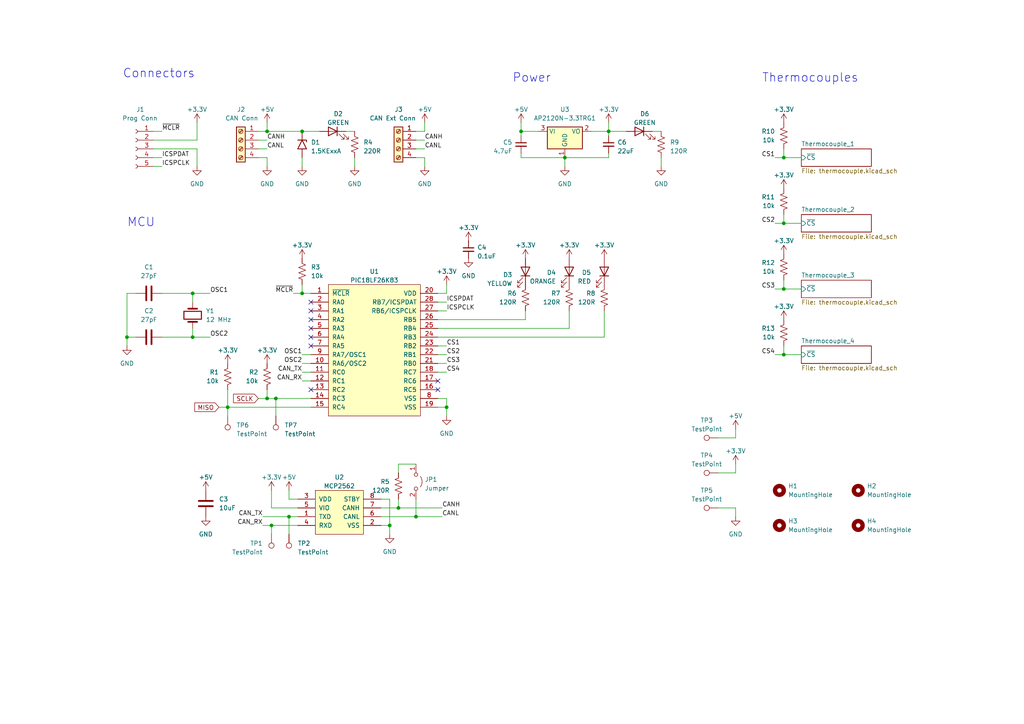
<source format=kicad_sch>
(kicad_sch (version 20230121) (generator eeschema)
  (paper "A4")
  (lib_symbols
    (symbol "+5V_2" (power) (pin_names (offset 0))
      (property "Value" "+5V_2" (at 0 3.556 0))
      (symbol "+5V_2_0_1"
        (polyline (pts (xy -0.762 1.27) (xy 0 2.54)))
        (polyline (pts (xy 0 0) (xy 0 2.54)))
        (polyline (pts (xy 0 2.54) (xy 0.762 1.27)))
      )
      (symbol "+5V_2_1_1"
        (pin power_in line (at 0 0 90) (length 0) hide (name "+5V") (number "1"))
      )
    )
    (symbol "+5V_3" (power) (pin_names (offset 0))
      (property "Value" "+5V_3" (at 0 3.556 0))
      (symbol "+5V_3_0_1"
        (polyline (pts (xy -0.762 1.27) (xy 0 2.54)))
        (polyline (pts (xy 0 0) (xy 0 2.54)))
        (polyline (pts (xy 0 2.54) (xy 0.762 1.27)))
      )
      (symbol "+5V_3_1_1"
        (pin power_in line (at 0 0 90) (length 0) hide (name "+5V") (number "1"))
      )
    )
    (symbol "+5V_4" (power) (pin_names (offset 0))
      (property "Value" "+5V_4" (at 0 3.556 0))
      (symbol "+5V_4_0_1"
        (polyline (pts (xy -0.762 1.27) (xy 0 2.54)))
        (polyline (pts (xy 0 0) (xy 0 2.54)))
        (polyline (pts (xy 0 2.54) (xy 0.762 1.27)))
      )
      (symbol "+5V_4_1_1"
        (pin power_in line (at 0 0 90) (length 0) hide (name "+5V") (number "1"))
      )
    )
    (symbol "+5V_5" (power) (pin_names (offset 0))
      (property "Value" "+5V_5" (at 0 3.556 0))
      (symbol "+5V_5_0_1"
        (polyline (pts (xy -0.762 1.27) (xy 0 2.54)))
        (polyline (pts (xy 0 0) (xy 0 2.54)))
        (polyline (pts (xy 0 2.54) (xy 0.762 1.27)))
      )
      (symbol "+5V_5_1_1"
        (pin power_in line (at 0 0 90) (length 0) hide (name "+5V") (number "1"))
      )
    )
    (symbol "Connector:Conn_01x05_Socket" (pin_names (offset 1.016) hide)
      (property "Reference" "J" (at 0 7.62 0))
      (property "Value" "Conn_01x05_Socket" (at 0 -7.62 0))
      (symbol "Conn_01x05_Socket_1_1"
        (arc (start 0 -4.572) (mid -0.5058 -5.08) (end 0 -5.588) (stroke (width 0.1524)))
        (arc (start 0 -2.032) (mid -0.5058 -2.54) (end 0 -3.048) (stroke (width 0.1524)))
        (polyline (pts (xy -1.27 -5.08) (xy -0.508 -5.08)) (stroke (width 0.1524)))
        (polyline (pts (xy -1.27 -2.54) (xy -0.508 -2.54)) (stroke (width 0.1524)))
        (polyline (pts (xy -1.27 0) (xy -0.508 0)) (stroke (width 0.1524)))
        (polyline (pts (xy -1.27 2.54) (xy -0.508 2.54)) (stroke (width 0.1524)))
        (polyline (pts (xy -1.27 5.08) (xy -0.508 5.08)) (stroke (width 0.1524)))
        (arc (start 0 0.508) (mid -0.5058 0) (end 0 -0.508) (stroke (width 0.1524)))
        (arc (start 0 3.048) (mid -0.5058 2.54) (end 0 2.032) (stroke (width 0.1524)))
        (arc (start 0 5.588) (mid -0.5058 5.08) (end 0 4.572) (stroke (width 0.1524)))
        (pin passive line (at -5.08 5.08 0) (length 3.81) (name "Pin_1") (number "1"))
        (pin passive line (at -5.08 2.54 0) (length 3.81) (name "Pin_2") (number "2"))
        (pin passive line (at -5.08 0 0) (length 3.81) (name "Pin_3") (number "3"))
        (pin passive line (at -5.08 -2.54 0) (length 3.81) (name "Pin_4") (number "4"))
        (pin passive line (at -5.08 -5.08 0) (length 3.81) (name "Pin_5") (number "5"))
      )
    )
    (symbol "Connector:Screw_Terminal_01x04" (pin_names (offset 1.016) hide)
      (property "Reference" "J" (at 0 5.08 0))
      (property "Value" "Screw_Terminal_01x04" (at 0 -7.62 0))
      (symbol "Screw_Terminal_01x04_1_1"
        (rectangle (start -1.27 3.81) (end 1.27 -6.35) (stroke (width 0.254)) (fill (type background)))
        (circle (center 0 -5.08) (radius 0.635) (stroke (width 0.1524)))
        (circle (center 0 -2.54) (radius 0.635) (stroke (width 0.1524)))
        (polyline (pts (xy -0.5334 -4.7498) (xy 0.3302 -5.588)) (stroke (width 0.1524)))
        (polyline (pts (xy -0.5334 -2.2098) (xy 0.3302 -3.048)) (stroke (width 0.1524)))
        (polyline (pts (xy -0.5334 0.3302) (xy 0.3302 -0.508)) (stroke (width 0.1524)))
        (polyline (pts (xy -0.5334 2.8702) (xy 0.3302 2.032)) (stroke (width 0.1524)))
        (polyline (pts (xy -0.3556 -4.572) (xy 0.508 -5.4102)) (stroke (width 0.1524)))
        (polyline (pts (xy -0.3556 -2.032) (xy 0.508 -2.8702)) (stroke (width 0.1524)))
        (polyline (pts (xy -0.3556 0.508) (xy 0.508 -0.3302)) (stroke (width 0.1524)))
        (polyline (pts (xy -0.3556 3.048) (xy 0.508 2.2098)) (stroke (width 0.1524)))
        (circle (center 0 0) (radius 0.635) (stroke (width 0.1524)))
        (circle (center 0 2.54) (radius 0.635) (stroke (width 0.1524)))
        (pin passive line (at -5.08 2.54 0) (length 3.81) (name "Pin_1") (number "1"))
        (pin passive line (at -5.08 0 0) (length 3.81) (name "Pin_2") (number "2"))
        (pin passive line (at -5.08 -2.54 0) (length 3.81) (name "Pin_3") (number "3"))
        (pin passive line (at -5.08 -5.08 0) (length 3.81) (name "Pin_4") (number "4"))
      )
    )
    (symbol "Connector:TestPoint" (pin_numbers hide) (pin_names (offset 0.762) hide)
      (property "Reference" "TP" (at 0 6.858 0))
      (property "Value" "TestPoint" (at 0 5.08 0))
      (symbol "TestPoint_0_1"
        (circle (center 0 3.302) (radius 0.762))
      )
      (symbol "TestPoint_1_1"
        (pin passive line (at 0 0 90) (length 2.54) (name "1") (number "1"))
      )
    )
    (symbol "Device:C" (pin_numbers hide) (pin_names (offset 0.254))
      (property "Reference" "C" (at 0.635 2.54 0))
      (property "Value" "C" (at 0.635 -2.54 0))
      (symbol "C_0_1"
        (polyline (pts (xy -2.032 -0.762) (xy 2.032 -0.762)) (stroke (width 0.508)))
        (polyline (pts (xy -2.032 0.762) (xy 2.032 0.762)) (stroke (width 0.508)))
      )
      (symbol "C_1_1"
        (pin passive line (at 0 3.81 270) (length 2.794) (name "~") (number "1"))
        (pin passive line (at 0 -3.81 90) (length 2.794) (name "~") (number "2"))
      )
    )
    (symbol "Device:C_Small" (pin_numbers hide) (pin_names (offset 0.254) hide)
      (property "Reference" "C" (at 0.254 1.778 0))
      (property "Value" "C_Small" (at 0.254 -2.032 0))
      (symbol "C_Small_0_1"
        (polyline (pts (xy -1.524 -0.508) (xy 1.524 -0.508)) (stroke (width 0.3302)))
        (polyline (pts (xy -1.524 0.508) (xy 1.524 0.508)) (stroke (width 0.3048)))
      )
      (symbol "C_Small_1_1"
        (pin passive line (at 0 2.54 270) (length 2.032) (name "~") (number "1"))
        (pin passive line (at 0 -2.54 90) (length 2.032) (name "~") (number "2"))
      )
    )
    (symbol "Device:Crystal" (pin_numbers hide) (pin_names (offset 1.016) hide)
      (property "Reference" "Y" (at 0 3.81 0))
      (property "Value" "Crystal" (at 0 -3.81 0))
      (symbol "Crystal_0_1"
        (rectangle (start -1.143 2.54) (end 1.143 -2.54) (stroke (width 0.3048)))
        (polyline (pts (xy -2.54 0) (xy -1.905 0)))
        (polyline (pts (xy -1.905 -1.27) (xy -1.905 1.27)) (stroke (width 0.508)))
        (polyline (pts (xy 1.905 -1.27) (xy 1.905 1.27)) (stroke (width 0.508)))
        (polyline (pts (xy 2.54 0) (xy 1.905 0)))
      )
      (symbol "Crystal_1_1"
        (pin passive line (at -3.81 0 0) (length 1.27) (name "1") (number "1"))
        (pin passive line (at 3.81 0 180) (length 1.27) (name "2") (number "2"))
      )
    )
    (symbol "Device:LED" (pin_numbers hide) (pin_names (offset 1.016) hide)
      (property "Reference" "D" (at 0 2.54 0))
      (property "Value" "LED" (at 0 -2.54 0))
      (symbol "LED_0_1"
        (polyline (pts (xy -1.27 -1.27) (xy -1.27 1.27)) (stroke (width 0.254)))
        (polyline (pts (xy -1.27 0) (xy 1.27 0)))
        (polyline (pts (xy 1.27 -1.27) (xy 1.27 1.27) (xy -1.27 0) (xy 1.27 -1.27)) (stroke (width 0.254)))
        (polyline (pts (xy -3.048 -0.762) (xy -4.572 -2.286) (xy -3.81 -2.286) (xy -4.572 -2.286) (xy -4.572 -1.524)))
        (polyline (pts (xy -1.778 -0.762) (xy -3.302 -2.286) (xy -2.54 -2.286) (xy -3.302 -2.286) (xy -3.302 -1.524)))
      )
      (symbol "LED_1_1"
        (pin passive line (at -3.81 0 0) (length 2.54) (name "K") (number "1"))
        (pin passive line (at 3.81 0 180) (length 2.54) (name "A") (number "2"))
      )
    )
    (symbol "Device:R_US" (pin_numbers hide) (pin_names (offset 0))
      (property "Reference" "R" (at 2.54 0 90))
      (property "Value" "R_US" (at -2.54 0 90))
      (symbol "R_US_0_1"
        (polyline (pts (xy 0 -2.286) (xy 0 -2.54)))
        (polyline (pts (xy 0 2.286) (xy 0 2.54)))
        (polyline (pts (xy 0 -0.762) (xy 1.016 -1.143) (xy 0 -1.524) (xy -1.016 -1.905) (xy 0 -2.286)))
        (polyline (pts (xy 0 0.762) (xy 1.016 0.381) (xy 0 0) (xy -1.016 -0.381) (xy 0 -0.762)))
        (polyline (pts (xy 0 2.286) (xy 1.016 1.905) (xy 0 1.524) (xy -1.016 1.143) (xy 0 0.762)))
      )
      (symbol "R_US_1_1"
        (pin passive line (at 0 3.81 270) (length 1.27) (name "~") (number "1"))
        (pin passive line (at 0 -3.81 90) (length 1.27) (name "~") (number "2"))
      )
    )
    (symbol "Diode:1.5KExxA" (pin_numbers hide) (pin_names (offset 1.016) hide)
      (property "Reference" "D" (at 0 2.54 0))
      (property "Value" "1.5KExxA" (at 0 -2.54 0))
      (symbol "1.5KExxA_0_1"
        (polyline (pts (xy -0.762 1.27) (xy -1.27 1.27) (xy -1.27 -1.27)) (stroke (width 0.254)))
        (polyline (pts (xy 1.27 1.27) (xy 1.27 -1.27) (xy -1.27 0) (xy 1.27 1.27)) (stroke (width 0.254)))
      )
      (symbol "1.5KExxA_1_1"
        (pin passive line (at -3.81 0 0) (length 2.54) (name "A1") (number "1"))
        (pin passive line (at 3.81 0 180) (length 2.54) (name "A2") (number "2"))
      )
    )
    (symbol "Jumper:Jumper_2_Open" (pin_names (offset 0) hide)
      (property "Reference" "JP" (at 0 2.794 0))
      (property "Value" "Jumper_2_Open" (at 0 -2.286 0))
      (symbol "Jumper_2_Open_0_0"
        (circle (center -2.032 0) (radius 0.508))
        (circle (center 2.032 0) (radius 0.508))
      )
      (symbol "Jumper_2_Open_0_1"
        (arc (start 1.524 1.27) (mid 0 1.778) (end -1.524 1.27))
      )
      (symbol "Jumper_2_Open_1_1"
        (pin passive line (at -5.08 0 0) (length 2.54) (name "A") (number "1"))
        (pin passive line (at 5.08 0 180) (length 2.54) (name "B") (number "2"))
      )
    )
    (symbol "Mechanical:MountingHole" (pin_names (offset 1.016))
      (property "Reference" "H" (at 0 5.08 0))
      (property "Value" "MountingHole" (at 0 3.175 0))
      (symbol "MountingHole_0_1"
        (circle (center 0 0) (radius 1.27) (stroke (width 1.27)))
      )
    )
    (symbol "Regulator_Linear:BD33FC0FP"
      (property "Reference" "U4" (at 0 5.08 0))
      (property "Value" "AP2120N-3.3TRG1" (at 0 2.54 0))
      (symbol "BD33FC0FP_1_1"
        (rectangle (start -5.08 1.27) (end 5.08 -5.08) (stroke (width 0.254)) (fill (type background)))
        (pin power_in line (at 0 -7.62 90) (length 2.54) (name "GND") (number "1"))
        (pin power_in line (at 7.62 0 180) (length 2.54) (name "VO") (number "2"))
        (pin power_out line (at -7.62 0 0) (length 2.54) (name "VI") (number "3"))
      )
    )
    (symbol "canhw:MCP2562" (pin_names (offset 1.016))
      (property "Reference" "U" (at 5.08 3.81 0))
      (property "Value" "MCP2562" (at -3.81 3.81 0))
      (symbol "MCP2562_0_1"
        (rectangle (start -7.62 2.54) (end 6.35 -10.16) (fill (type background)))
      )
      (symbol "MCP2562_1_1"
        (pin bidirectional line (at -12.7 -5.08 0) (length 5.08) (name "TXD") (number "1"))
        (pin power_in line (at 11.43 -7.62 180) (length 5.08) (name "VSS") (number "2"))
        (pin power_in line (at -12.7 0 0) (length 5.08) (name "VDD") (number "3"))
        (pin bidirectional line (at -12.7 -7.62 0) (length 5.08) (name "RXD") (number "4"))
        (pin bidirectional line (at -12.7 -2.54 0) (length 5.08) (name "VIO") (number "5"))
        (pin bidirectional line (at 11.43 -5.08 180) (length 5.08) (name "CANL") (number "6"))
        (pin bidirectional line (at 11.43 -2.54 180) (length 5.08) (name "CANH") (number "7"))
        (pin bidirectional line (at 11.43 0 180) (length 5.08) (name "STBY") (number "8"))
      )
    )
    (symbol "canhw:PIC18F26K83" (pin_names (offset 1.016))
      (property "Reference" "U" (at 11.43 20.32 0))
      (property "Value" "PIC18F26K83" (at -7.62 20.32 0))
      (symbol "PIC18F26K83_0_1"
        (rectangle (start -13.97 19.05) (end 12.7 -19.05) (fill (type background)))
      )
      (symbol "PIC18F26K83_1_1"
        (pin input line (at -19.05 16.51 0) (length 5.08) (name "~{MCLR}") (number "1"))
        (pin bidirectional line (at -19.05 -3.81 0) (length 5.08) (name "RA6/OSC2") (number "10"))
        (pin bidirectional line (at -19.05 -6.35 0) (length 5.08) (name "RC0") (number "11"))
        (pin bidirectional line (at -19.05 -8.89 0) (length 5.08) (name "RC1") (number "12"))
        (pin bidirectional line (at -19.05 -11.43 0) (length 5.08) (name "RC2") (number "13"))
        (pin bidirectional line (at -19.05 -13.97 0) (length 5.08) (name "RC3") (number "14"))
        (pin bidirectional line (at -19.05 -16.51 0) (length 5.08) (name "RC4") (number "15"))
        (pin bidirectional line (at 17.78 -11.43 180) (length 5.08) (name "RC5") (number "16"))
        (pin bidirectional line (at 17.78 -8.89 180) (length 5.08) (name "RC6") (number "17"))
        (pin bidirectional line (at 17.78 -6.35 180) (length 5.08) (name "RC7") (number "18"))
        (pin power_in line (at 17.78 -16.51 180) (length 5.08) (name "VSS") (number "19"))
        (pin bidirectional line (at -19.05 13.97 0) (length 5.08) (name "RA0") (number "2"))
        (pin power_in line (at 17.78 16.51 180) (length 5.08) (name "VDD") (number "20"))
        (pin bidirectional line (at 17.78 -3.81 180) (length 5.08) (name "RB0") (number "21"))
        (pin bidirectional line (at 17.78 -1.27 180) (length 5.08) (name "RB1") (number "22"))
        (pin bidirectional line (at 17.78 1.27 180) (length 5.08) (name "RB2") (number "23"))
        (pin bidirectional line (at 17.78 3.81 180) (length 5.08) (name "RB3") (number "24"))
        (pin bidirectional line (at 17.78 6.35 180) (length 5.08) (name "RB4") (number "25"))
        (pin bidirectional line (at 17.78 8.89 180) (length 5.08) (name "RB5") (number "26"))
        (pin bidirectional line (at 17.78 11.43 180) (length 5.08) (name "RB6/ICSPCLK") (number "27"))
        (pin bidirectional line (at 17.78 13.97 180) (length 5.08) (name "RB7/ICSPDAT") (number "28"))
        (pin bidirectional line (at -19.05 11.43 0) (length 5.08) (name "RA1") (number "3"))
        (pin bidirectional line (at -19.05 8.89 0) (length 5.08) (name "RA2") (number "4"))
        (pin bidirectional line (at -19.05 6.35 0) (length 5.08) (name "RA3") (number "5"))
        (pin bidirectional line (at -19.05 3.81 0) (length 5.08) (name "RA4") (number "6"))
        (pin bidirectional line (at -19.05 1.27 0) (length 5.08) (name "RA5") (number "7"))
        (pin power_in line (at 17.78 -13.97 180) (length 5.08) (name "VSS") (number "8"))
        (pin bidirectional line (at -19.05 -1.27 0) (length 5.08) (name "RA7/OSC1") (number "9"))
      )
    )
    (symbol "power:+3.3V" (power) (pin_names (offset 0))
      (property "Value" "+3.3V" (at 0 3.556 0))
      (symbol "+3.3V_0_1"
        (polyline (pts (xy -0.762 1.27) (xy 0 2.54)))
        (polyline (pts (xy 0 0) (xy 0 2.54)))
        (polyline (pts (xy 0 2.54) (xy 0.762 1.27)))
      )
      (symbol "+3.3V_1_1"
        (pin power_in line (at 0 0 90) (length 0) hide (name "+3.3V") (number "1"))
      )
    )
    (symbol "power:+5V" (power) (pin_names (offset 0))
      (property "Value" "+5V" (at 0 3.556 0))
      (symbol "+5V_0_1"
        (polyline (pts (xy -0.762 1.27) (xy 0 2.54)))
        (polyline (pts (xy 0 0) (xy 0 2.54)))
        (polyline (pts (xy 0 2.54) (xy 0.762 1.27)))
      )
      (symbol "+5V_1_1"
        (pin power_in line (at 0 0 90) (length 0) hide (name "+5V") (number "1"))
      )
    )
    (symbol "power:GND" (power) (pin_names (offset 0))
      (property "Value" "GND" (at 0 -3.81 0))
      (symbol "GND_0_1"
        (polyline (pts (xy 0 0) (xy 0 -1.27) (xy 1.27 -1.27) (xy 0 -2.54) (xy -1.27 -1.27) (xy 0 -1.27)))
      )
      (symbol "GND_1_1"
        (pin power_in line (at 0 0 270) (length 0) hide (name "GND") (number "1"))
      )
    )
  )
  (junction (at 55.88 97.79))
  (junction (at 227.33 45.72))
  (junction (at 36.83 97.79))
  (junction (at 151.13 38.1))
  (junction (at 227.33 64.77))
  (junction (at 227.33 83.82))
  (junction (at 115.57 147.32))
  (junction (at 80.01 115.57))
  (junction (at 77.47 115.57))
  (junction (at 66.04 118.11))
  (junction (at 113.03 152.4))
  (junction (at 227.33 102.87))
  (junction (at 176.53 38.1))
  (junction (at 120.65 149.86))
  (junction (at 78.74 152.4))
  (junction (at 55.88 85.09))
  (junction (at 87.63 85.09))
  (junction (at 129.54 118.11))
  (junction (at 163.83 45.72))
  (junction (at 87.63 38.1))
  (junction (at 77.47 38.1))
  (junction (at 83.82 149.86))
  (no_connect (at 90.17 92.71))
  (no_connect (at 127 110.49))
  (no_connect (at 90.17 113.03))
  (no_connect (at 127 113.03))
  (no_connect (at 90.17 97.79))
  (no_connect (at 90.17 87.63))
  (no_connect (at 90.17 95.25))
  (no_connect (at 90.17 100.33))
  (no_connect (at 90.17 90.17))
  (wire (pts (xy 83.82 149.86) (xy 83.82 154.94)))
  (wire (pts (xy 165.1 95.25) (xy 165.1 90.17)))
  (wire (pts (xy 120.65 144.78) (xy 120.65 149.86)))
  (wire (pts (xy 78.74 147.32) (xy 86.36 147.32)))
  (wire (pts (xy 127 115.57) (xy 129.54 115.57)))
  (wire (pts (xy 102.87 45.72) (xy 102.87 48.26)))
  (wire (pts (xy 39.37 85.09) (xy 36.83 85.09)))
  (wire (pts (xy 156.21 38.1) (xy 151.13 38.1)))
  (wire (pts (xy 36.83 97.79) (xy 36.83 100.33)))
  (wire (pts (xy 224.79 102.87) (xy 227.33 102.87)))
  (wire (pts (xy 87.63 107.95) (xy 90.17 107.95)))
  (wire (pts (xy 66.04 118.11) (xy 90.17 118.11)))
  (wire (pts (xy 227.33 45.72) (xy 232.41 45.72)))
  (wire (pts (xy 87.63 105.41) (xy 90.17 105.41)))
  (wire (pts (xy 77.47 38.1) (xy 87.63 38.1)))
  (wire (pts (xy 213.36 124.46) (xy 213.36 127)))
  (wire (pts (xy 87.63 38.1) (xy 92.71 38.1)))
  (wire (pts (xy 120.65 43.18) (xy 123.19 43.18)))
  (wire (pts (xy 77.47 35.56) (xy 77.47 38.1)))
  (wire (pts (xy 152.4 92.71) (xy 152.4 90.17)))
  (wire (pts (xy 85.09 85.09) (xy 87.63 85.09)))
  (wire (pts (xy 208.28 127) (xy 213.36 127)))
  (wire (pts (xy 224.79 83.82) (xy 227.33 83.82)))
  (wire (pts (xy 55.88 85.09) (xy 46.99 85.09)))
  (wire (pts (xy 213.36 134.62) (xy 213.36 137.16)))
  (wire (pts (xy 176.53 44.45) (xy 176.53 45.72)))
  (wire (pts (xy 66.04 118.11) (xy 63.5 118.11)))
  (wire (pts (xy 171.45 38.1) (xy 176.53 38.1)))
  (wire (pts (xy 127 87.63) (xy 129.54 87.63)))
  (wire (pts (xy 110.49 144.78) (xy 113.03 144.78)))
  (wire (pts (xy 77.47 115.57) (xy 80.01 115.57)))
  (wire (pts (xy 129.54 118.11) (xy 127 118.11)))
  (wire (pts (xy 227.33 100.33) (xy 227.33 102.87)))
  (wire (pts (xy 57.15 35.56) (xy 57.15 40.64)))
  (wire (pts (xy 113.03 152.4) (xy 113.03 154.94)))
  (wire (pts (xy 151.13 38.1) (xy 151.13 39.37)))
  (wire (pts (xy 113.03 152.4) (xy 110.49 152.4)))
  (wire (pts (xy 74.93 38.1) (xy 77.47 38.1)))
  (wire (pts (xy 87.63 82.55) (xy 87.63 85.09)))
  (wire (pts (xy 176.53 35.56) (xy 176.53 38.1)))
  (wire (pts (xy 227.33 81.28) (xy 227.33 83.82)))
  (wire (pts (xy 115.57 137.16) (xy 115.57 134.62)))
  (wire (pts (xy 123.19 35.56) (xy 123.19 38.1)))
  (wire (pts (xy 44.45 40.64) (xy 57.15 40.64)))
  (wire (pts (xy 78.74 142.24) (xy 78.74 147.32)))
  (wire (pts (xy 83.82 142.24) (xy 83.82 144.78)))
  (wire (pts (xy 100.33 38.1) (xy 102.87 38.1)))
  (wire (pts (xy 74.93 45.72) (xy 77.47 45.72)))
  (wire (pts (xy 127 100.33) (xy 129.54 100.33)))
  (wire (pts (xy 66.04 120.65) (xy 66.04 118.11)))
  (wire (pts (xy 78.74 152.4) (xy 86.36 152.4)))
  (wire (pts (xy 208.28 147.32) (xy 213.36 147.32)))
  (wire (pts (xy 208.28 137.16) (xy 213.36 137.16)))
  (wire (pts (xy 127 92.71) (xy 152.4 92.71)))
  (wire (pts (xy 87.63 85.09) (xy 90.17 85.09)))
  (wire (pts (xy 120.65 149.86) (xy 128.27 149.86)))
  (wire (pts (xy 110.49 147.32) (xy 115.57 147.32)))
  (wire (pts (xy 115.57 134.62) (xy 120.65 134.62)))
  (wire (pts (xy 227.33 43.18) (xy 227.33 45.72)))
  (wire (pts (xy 227.33 62.23) (xy 227.33 64.77)))
  (wire (pts (xy 80.01 115.57) (xy 80.01 120.65)))
  (wire (pts (xy 176.53 45.72) (xy 163.83 45.72)))
  (wire (pts (xy 87.63 110.49) (xy 90.17 110.49)))
  (wire (pts (xy 76.2 149.86) (xy 83.82 149.86)))
  (wire (pts (xy 189.23 38.1) (xy 191.77 38.1)))
  (wire (pts (xy 129.54 82.55) (xy 129.54 85.09)))
  (wire (pts (xy 213.36 147.32) (xy 213.36 149.86)))
  (wire (pts (xy 113.03 144.78) (xy 113.03 152.4)))
  (wire (pts (xy 127 95.25) (xy 165.1 95.25)))
  (wire (pts (xy 87.63 102.87) (xy 90.17 102.87)))
  (wire (pts (xy 83.82 149.86) (xy 86.36 149.86)))
  (wire (pts (xy 76.2 152.4) (xy 78.74 152.4)))
  (wire (pts (xy 74.93 43.18) (xy 77.47 43.18)))
  (wire (pts (xy 191.77 45.72) (xy 191.77 48.26)))
  (wire (pts (xy 227.33 83.82) (xy 232.41 83.82)))
  (wire (pts (xy 227.33 64.77) (xy 232.41 64.77)))
  (wire (pts (xy 224.79 64.77) (xy 227.33 64.77)))
  (wire (pts (xy 36.83 97.79) (xy 39.37 97.79)))
  (wire (pts (xy 120.65 40.64) (xy 123.19 40.64)))
  (wire (pts (xy 110.49 149.86) (xy 120.65 149.86)))
  (wire (pts (xy 115.57 147.32) (xy 128.27 147.32)))
  (wire (pts (xy 175.26 97.79) (xy 175.26 90.17)))
  (wire (pts (xy 78.74 152.4) (xy 78.74 154.94)))
  (wire (pts (xy 44.45 43.18) (xy 57.15 43.18)))
  (wire (pts (xy 55.88 85.09) (xy 60.96 85.09)))
  (wire (pts (xy 44.45 45.72) (xy 46.99 45.72)))
  (wire (pts (xy 127 97.79) (xy 175.26 97.79)))
  (wire (pts (xy 176.53 38.1) (xy 176.53 39.37)))
  (wire (pts (xy 163.83 45.72) (xy 151.13 45.72)))
  (wire (pts (xy 127 90.17) (xy 129.54 90.17)))
  (wire (pts (xy 129.54 118.11) (xy 129.54 120.65)))
  (wire (pts (xy 66.04 113.03) (xy 66.04 118.11)))
  (wire (pts (xy 57.15 43.18) (xy 57.15 48.26)))
  (wire (pts (xy 74.93 40.64) (xy 77.47 40.64)))
  (wire (pts (xy 127 105.41) (xy 129.54 105.41)))
  (wire (pts (xy 115.57 144.78) (xy 115.57 147.32)))
  (wire (pts (xy 36.83 85.09) (xy 36.83 97.79)))
  (wire (pts (xy 44.45 38.1) (xy 46.99 38.1)))
  (wire (pts (xy 129.54 115.57) (xy 129.54 118.11)))
  (wire (pts (xy 120.65 45.72) (xy 123.19 45.72)))
  (wire (pts (xy 227.33 102.87) (xy 232.41 102.87)))
  (wire (pts (xy 55.88 95.25) (xy 55.88 97.79)))
  (wire (pts (xy 55.88 87.63) (xy 55.88 85.09)))
  (wire (pts (xy 151.13 44.45) (xy 151.13 45.72)))
  (wire (pts (xy 74.93 115.57) (xy 77.47 115.57)))
  (wire (pts (xy 77.47 45.72) (xy 77.47 48.26)))
  (wire (pts (xy 44.45 48.26) (xy 46.99 48.26)))
  (wire (pts (xy 80.01 115.57) (xy 90.17 115.57)))
  (wire (pts (xy 55.88 97.79) (xy 46.99 97.79)))
  (wire (pts (xy 123.19 45.72) (xy 123.19 48.26)))
  (wire (pts (xy 120.65 38.1) (xy 123.19 38.1)))
  (wire (pts (xy 83.82 144.78) (xy 86.36 144.78)))
  (wire (pts (xy 224.79 45.72) (xy 227.33 45.72)))
  (wire (pts (xy 127 102.87) (xy 129.54 102.87)))
  (wire (pts (xy 127 85.09) (xy 129.54 85.09)))
  (wire (pts (xy 77.47 113.03) (xy 77.47 115.57)))
  (wire (pts (xy 60.96 97.79) (xy 55.88 97.79)))
  (wire (pts (xy 163.83 45.72) (xy 163.83 48.26)))
  (wire (pts (xy 176.53 38.1) (xy 181.61 38.1)))
  (wire (pts (xy 87.63 45.72) (xy 87.63 48.26)))
  (wire (pts (xy 127 107.95) (xy 129.54 107.95)))
  (wire (pts (xy 151.13 35.56) (xy 151.13 38.1)))
  (text "Connectors" (at 35.56 22.86 0) (effects (font (size 2.5 2.5)) (justify left bottom)))
  (text "Thermocouples\n" (at 220.98 24.13 0) (effects (font (size 2.5 2.5)) (justify left bottom)))
  (text "Power" (at 148.59 24.13 0) (effects (font (size 2.5 2.5)) (justify left bottom)))
  (text "MCU" (at 36.83 66.04 0) (effects (font (size 2.5 2.5)) (justify left bottom)))
  (label "CS2" (at 129.54 102.87 0))
  (label "CAN_TX" (at 87.63 107.95 180))
  (label "ICSPCLK" (at 46.99 48.26 0))
  (label "CAN_TX" (at 76.2 149.86 180))
  (label "CS1" (at 129.54 100.33 0))
  (label "CAN_RX" (at 76.2 152.4 180))
  (label "CS4" (at 224.79 102.87 180))
  (label "CAN_RX" (at 87.63 110.49 180))
  (label "CANL" (at 123.19 43.18 0))
  (label "CS3" (at 129.54 105.41 0))
  (label "CS1" (at 224.79 45.72 180))
  (label "CS2" (at 224.79 64.77 180))
  (label "OSC2" (at 87.63 105.41 180))
  (label "CS4" (at 129.54 107.95 0))
  (label "ICSPDAT" (at 129.54 87.63 0))
  (label "CANH" (at 123.19 40.64 0))
  (label "CANH" (at 77.47 40.64 0))
  (label "OSC1" (at 60.96 85.09 0))
  (label "~{MCLR}" (at 85.09 85.09 180))
  (label "ICSPCLK" (at 129.54 90.17 0))
  (label "CS3" (at 224.79 83.82 180))
  (label "CANH" (at 128.27 147.32 0))
  (label "CANL" (at 77.47 43.18 0))
  (label "OSC2" (at 60.96 97.79 0))
  (label "ICSPDAT" (at 46.99 45.72 0))
  (label "~{MCLR}" (at 46.99 38.1 0))
  (label "CANL" (at 128.27 149.86 0))
  (label "OSC1" (at 87.63 102.87 180))
  (global_label "SCLK" (shape input) (at 74.93 115.57 180) (property "Intersheetrefs" "${INTERSHEET_REFS}" (effects hide)))
  (global_label "MISO" (shape input) (at 63.5 118.11 180) (property "Intersheetrefs" "${INTERSHEET_REFS}" (effects hide)))
  (symbol (lib_id "canhw:PIC18F26K83") (at 109.22 101.6 0) (unit 1)
    (property "Reference" "U1" (at 108.585 78.74 0))
    (property "Value" "PIC18LF26K83" (at 108.585 81.28 0))
    (property "Footprint" "Package_SO:SOIC-28W_7.5x17.9mm_P1.27mm" (effects hide))
  )
  (symbol (lib_id "power:+3.3V") (at 227.33 35.56 0) (unit 1)
    (property "Reference" "#PWR032" (effects hide))
    (property "Value" "+3.3V" (at 227.33 31.75 0))
  )
  (symbol (lib_id "power:GND") (at 163.83 48.26 0) (unit 1)
    (property "Reference" "#PWR027" (effects hide))
    (property "Value" "GND" (at 163.83 53.34 0))
  )
  (symbol (lib_id "Device:Crystal") (at 55.88 91.44 90) (unit 1)
    (property "Reference" "Y1" (at 59.69 90.1699 90) (effects (justify right)))
    (property "Value" "12 MHz" (at 59.69 92.7099 90) (effects (justify right)))
    (property "Footprint" "Crystal:Crystal_HC49-4H_Vertical" (effects hide))
  )
  (symbol (lib_id "Connector:Screw_Terminal_01x04") (at 115.57 40.64 0) (mirror y) (unit 1)
    (property "Reference" "J3" (at 116.84 31.75 0) (effects (justify left)))
    (property "Value" "CAN Ext Conn" (at 120.65 34.29 0) (effects (justify left)))
    (property "Footprint" "TerminalBlock_Phoenix:TerminalBlock_Phoenix_MKDS-1,5-4-5.08_1x04_P5.08mm_Horizontal" (effects hide))
  )
  (symbol (lib_id "Connector:Screw_Terminal_01x04") (at 69.85 40.64 0) (mirror y) (unit 1)
    (property "Reference" "J2" (at 71.12 31.75 0) (effects (justify left)))
    (property "Value" "CAN Conn" (at 74.93 34.29 0) (effects (justify left)))
    (property "Footprint" "TerminalBlock_Phoenix:TerminalBlock_Phoenix_MKDS-1,5-4-5.08_1x04_P5.08mm_Horizontal" (effects hide))
  )
  (symbol (lib_id "Jumper:Jumper_2_Open") (at 120.65 139.7 270) (unit 1)
    (property "Reference" "JP1" (at 123.19 139.065 90) (effects (justify left)))
    (property "Value" "Jumper" (at 123.19 141.605 90) (effects (justify left)))
    (property "Footprint" "Connector_PinHeader_2.54mm:PinHeader_1x02_P2.54mm_Vertical" (effects hide))
  )
  (symbol (lib_id "power:+3.3V") (at 176.53 35.56 0) (unit 1)
    (property "Reference" "#PWR029" (effects hide))
    (property "Value" "+3.3V" (at 176.53 31.75 0))
  )
  (symbol (lib_id "power:GND") (at 129.54 120.65 0) (unit 1)
    (property "Reference" "#PWR019" (effects hide))
    (property "Value" "GND" (at 129.54 125.73 0))
  )
  (symbol (lib_id "power:GND") (at 191.77 48.26 0) (unit 1)
    (property "Reference" "#PWR031" (effects hide))
    (property "Value" "GND" (at 191.77 53.34 0))
  )
  (symbol (lib_id "Device:C_Small") (at 176.53 41.91 0) (unit 1)
    (property "Reference" "C6" (at 179.07 41.2813 0) (effects (justify left)))
    (property "Value" "22uF" (at 179.07 43.8213 0) (effects (justify left)))
    (property "Footprint" "Capacitor_SMD:C_0805_2012Metric_Pad1.18x1.45mm_HandSolder" (effects hide))
  )
  (symbol (lib_id "power:+3.3V") (at 135.89 69.85 0) (unit 1)
    (property "Reference" "#PWR020" (effects hide))
    (property "Value" "+3.3V" (at 135.89 66.04 0))
  )
  (symbol (lib_id "Connector:TestPoint") (at 66.04 120.65 180) (unit 1)
    (property "Reference" "TP6" (at 68.58 123.317 0) (effects (justify right)))
    (property "Value" "TestPoint" (at 68.58 125.857 0) (effects (justify right)))
    (property "Footprint" "TestPoint:TestPoint_Pad_2.0x2.0mm" (effects hide))
  )
  (symbol (lib_id "Device:R_US") (at 165.1 86.36 0) (mirror y) (unit 1)
    (property "Reference" "R7" (at 162.56 85.0899 0) (effects (justify left)))
    (property "Value" "120R" (at 162.56 87.6299 0) (effects (justify left)))
    (property "Footprint" "Resistor_SMD:R_0805_2012Metric_Pad1.20x1.40mm_HandSolder" (effects hide))
  )
  (symbol (lib_id "Device:R_US") (at 102.87 41.91 0) (unit 1)
    (property "Reference" "R4" (at 105.41 41.275 0) (effects (justify left)))
    (property "Value" "220R" (at 105.41 43.815 0) (effects (justify left)))
    (property "Footprint" "Resistor_SMD:R_0805_2012Metric_Pad1.20x1.40mm_HandSolder" (effects hide))
  )
  (symbol (lib_id "Device:C_Small") (at 135.89 72.39 0) (unit 1)
    (property "Reference" "C4" (at 138.43 71.7613 0) (effects (justify left)))
    (property "Value" "0.1uF" (at 138.43 74.3013 0) (effects (justify left)))
    (property "Footprint" "Capacitor_SMD:C_0805_2012Metric_Pad1.18x1.45mm_HandSolder" (effects hide))
  )
  (symbol (lib_id "power:+3.3V") (at 57.15 35.56 0) (unit 1)
    (property "Reference" "#PWR02" (effects hide))
    (property "Value" "+3.3V" (at 57.15 31.75 0))
  )
  (symbol (lib_id "Device:R_US") (at 191.77 41.91 0) (unit 1)
    (property "Reference" "R9" (at 194.31 41.275 0) (effects (justify left)))
    (property "Value" "120R" (at 194.31 43.815 0) (effects (justify left)))
    (property "Footprint" "Resistor_SMD:R_0805_2012Metric_Pad1.20x1.40mm_HandSolder" (effects hide))
  )
  (symbol (lib_id "power:GND") (at 59.69 149.86 0) (unit 1)
    (property "Reference" "#PWR06" (effects hide))
    (property "Value" "GND" (at 59.69 154.94 0))
  )
  (symbol (lib_id "Device:R_US") (at 227.33 39.37 0) (mirror y) (unit 1)
    (property "Reference" "R10" (at 224.79 38.0999 0) (effects (justify left)))
    (property "Value" "10k" (at 224.79 40.6399 0) (effects (justify left)))
    (property "Footprint" "Resistor_SMD:R_0805_2012Metric_Pad1.20x1.40mm_HandSolder" (effects hide))
  )
  (symbol (lib_id "power:+3.3V") (at 227.33 73.66 0) (unit 1)
    (property "Reference" "#PWR034" (effects hide))
    (property "Value" "+3.3V" (at 227.33 69.85 0))
  )
  (symbol (lib_id "power:+3.3V") (at 175.26 74.93 0) (unit 1)
    (property "Reference" "#PWR030" (effects hide))
    (property "Value" "+3.3V" (at 175.26 71.12 0))
  )
  (symbol (lib_id "Device:LED") (at 152.4 78.74 270) (mirror x) (unit 1)
    (property "Reference" "D3" (at 148.59 79.6925 90) (effects (justify right)))
    (property "Value" "YELLOW" (at 148.59 82.2325 90) (effects (justify right)))
    (property "Footprint" "LED_SMD:LED_1206_3216Metric_Pad1.42x1.75mm_HandSolder" (effects hide))
  )
  (symbol (lib_id "power:+3.3V") (at 227.33 92.71 0) (unit 1)
    (property "Reference" "#PWR035" (effects hide))
    (property "Value" "+3.3V" (at 227.33 88.9 0))
  )
  (symbol (lib_id "Device:LED") (at 175.26 78.74 270) (mirror x) (unit 1)
    (property "Reference" "D5" (at 171.45 79.0574 90) (effects (justify right)))
    (property "Value" "RED" (at 171.45 81.5974 90) (effects (justify right)))
    (property "Footprint" "LED_SMD:LED_1206_3216Metric_Pad1.42x1.75mm_HandSolder" (effects hide))
    (property "VF" "2" (effects hide))
  )
  (symbol (lib_id "Device:R_US") (at 87.63 78.74 0) (unit 1)
    (property "Reference" "R3" (at 90.17 77.4699 0) (effects (justify left)))
    (property "Value" "10k" (at 90.17 80.0099 0) (effects (justify left)))
    (property "Footprint" "Resistor_SMD:R_0805_2012Metric_Pad1.20x1.40mm_HandSolder" (effects hide))
  )
  (symbol (lib_id "power:GND") (at 77.47 48.26 0) (unit 1)
    (property "Reference" "#PWR09" (effects hide))
    (property "Value" "GND" (at 77.47 53.34 0))
  )
  (symbol (lib_id "power:GND") (at 213.36 149.86 0) (unit 1)
    (property "Reference" "#PWR025" (effects hide))
    (property "Value" "GND" (at 213.36 154.94 0))
  )
  (symbol (lib_id "Device:C") (at 43.18 85.09 270) (mirror x) (unit 1)
    (property "Reference" "C1" (at 43.18 77.47 90))
    (property "Value" "27pF" (at 43.18 80.01 90))
    (property "Footprint" "Capacitor_SMD:C_0805_2012Metric_Pad1.18x1.45mm_HandSolder" (effects hide))
  )
  (symbol (lib_id "power:+3.3V") (at 227.33 54.61 0) (unit 1)
    (property "Reference" "#PWR033" (effects hide))
    (property "Value" "+3.3V" (at 227.33 50.8 0))
  )
  (symbol (lib_id "power:+5V") (at 59.69 142.24 0) (unit 1)
    (property "Reference" "#PWR05" (effects hide))
    (property "Value" "+5V" (at 59.69 138.43 0))
  )
  (symbol (lib_id "Device:LED") (at 165.1 78.74 270) (mirror x) (unit 1)
    (property "Reference" "D4" (at 161.29 79.0574 90) (effects (justify right)))
    (property "Value" "ORANGE" (at 161.29 81.5974 90) (effects (justify right)))
    (property "Footprint" "LED_SMD:LED_1206_3216Metric_Pad1.42x1.75mm_HandSolder" (effects hide))
    (property "VF" "3.3" (effects hide))
  )
  (symbol (lib_id "Mechanical:MountingHole") (at 226.06 142.24 0) (unit 1)
    (property "Reference" "H1" (at 228.6 140.9699 0) (effects (justify left)))
    (property "Value" "MountingHole" (at 228.6 143.5099 0) (effects (justify left)))
    (property "Footprint" "MountingHole:MountingHole_3.2mm_M3_Pad" (effects hide))
  )
  (symbol (lib_id "Connector:TestPoint") (at 208.28 127 90) (unit 1)
    (property "Reference" "TP3" (at 204.978 121.92 90))
    (property "Value" "TestPoint" (at 204.978 124.46 90))
    (property "Footprint" "TestPoint:TestPoint_Pad_2.0x2.0mm" (effects hide))
  )
  (symbol (lib_id "canhw:MCP2562") (at 99.06 144.78 0) (unit 1)
    (property "Reference" "U2" (at 98.425 138.43 0))
    (property "Value" "MCP2562" (at 98.425 140.97 0))
    (property "Footprint" "Package_SO:SOIC-8_3.9x4.9mm_P1.27mm" (effects hide))
  )
  (symbol (lib_id "Connector:TestPoint") (at 78.74 154.94 0) (mirror x) (unit 1)
    (property "Reference" "TP1" (at 76.2 157.607 0) (effects (justify right)))
    (property "Value" "TestPoint" (at 76.2 160.147 0) (effects (justify right)))
    (property "Footprint" "TestPoint:TestPoint_Pad_2.0x2.0mm" (effects hide))
  )
  (symbol (lib_id "Device:R_US") (at 227.33 96.52 0) (mirror y) (unit 1)
    (property "Reference" "R13" (at 224.79 95.2499 0) (effects (justify left)))
    (property "Value" "10k" (at 224.79 97.7899 0) (effects (justify left)))
    (property "Footprint" "Resistor_SMD:R_0805_2012Metric_Pad1.20x1.40mm_HandSolder" (effects hide))
  )
  (symbol (lib_id "power:GND") (at 57.15 48.26 0) (unit 1)
    (property "Reference" "#PWR03" (effects hide))
    (property "Value" "GND" (at 57.15 53.34 0))
  )
  (symbol (lib_id "Device:C") (at 59.69 146.05 0) (unit 1)
    (property "Reference" "C3" (at 63.5 144.7799 0) (effects (justify left)))
    (property "Value" "10uF" (at 63.5 147.3199 0) (effects (justify left)))
    (property "Footprint" "Capacitor_SMD:C_0805_2012Metric_Pad1.18x1.45mm_HandSolder" (effects hide))
  )
  (symbol (lib_id "Device:R_US") (at 175.26 86.36 0) (mirror y) (unit 1)
    (property "Reference" "R8" (at 172.72 85.0899 0) (effects (justify left)))
    (property "Value" "120R" (at 172.72 87.6299 0) (effects (justify left)))
    (property "Footprint" "Resistor_SMD:R_0805_2012Metric_Pad1.20x1.40mm_HandSolder" (effects hide))
  )
  (symbol (lib_id "Device:LED") (at 185.42 38.1 0) (mirror y) (unit 1)
    (property "Reference" "D6" (at 187.0075 33.02 0))
    (property "Value" "GREEN" (at 187.0075 35.56 0))
    (property "Footprint" "LED_SMD:LED_1206_3216Metric_Pad1.42x1.75mm_HandSolder" (effects hide))
    (property "VF" "3.3" (effects hide))
  )
  (symbol (lib_id "power:+3.3V") (at 87.63 74.93 0) (unit 1)
    (property "Reference" "#PWR010" (effects hide))
    (property "Value" "+3.3V" (at 87.63 71.12 0))
  )
  (symbol (lib_id "Device:LED") (at 96.52 38.1 0) (mirror y) (unit 1)
    (property "Reference" "D2" (at 98.1075 33.02 0))
    (property "Value" "GREEN" (at 98.1075 35.56 0))
    (property "Footprint" "LED_SMD:LED_1206_3216Metric_Pad1.42x1.75mm_HandSolder" (effects hide))
    (property "VF" "3.3" (effects hide))
  )
  (symbol (lib_id "power:+3.3V") (at 77.47 105.41 0) (unit 1)
    (property "Reference" "#PWR07" (effects hide))
    (property "Value" "+3.3V" (at 77.47 101.6 0))
  )
  (symbol (lib_id "power:+3.3V") (at 78.74 142.24 0) (unit 1)
    (property "Reference" "#PWR012" (effects hide))
    (property "Value" "+3.3V" (at 78.74 138.43 0))
  )
  (symbol (lib_id "Mechanical:MountingHole") (at 226.06 152.4 0) (unit 1)
    (property "Reference" "H3" (at 228.6 151.1299 0) (effects (justify left)))
    (property "Value" "MountingHole" (at 228.6 153.6699 0) (effects (justify left)))
    (property "Footprint" "MountingHole:MountingHole_3.2mm_M3_Pad" (effects hide))
  )
  (symbol (lib_id "Regulator_Linear:BD33FC0FP") (at 163.83 38.1 0) (unit 1)
    (property "Reference" "U3" (at 163.83 31.75 0))
    (property "Value" "AP2120N-3.3TRG1" (at 163.83 34.29 0))
    (property "Footprint" "Package_TO_SOT_SMD:SOT-23-3" (effects hide))
    (property "Datasheet" "https://fscdn.rohm.com/en/products/databook/datasheet/ic/power/linear_regulator/bdxxfc0wefj-e.pdf" (effects hide))
  )
  (symbol (lib_id "Device:C") (at 43.18 97.79 270) (mirror x) (unit 1)
    (property "Reference" "C2" (at 43.18 90.17 90))
    (property "Value" "27pF" (at 43.18 92.71 90))
    (property "Footprint" "Capacitor_SMD:C_0805_2012Metric_Pad1.18x1.45mm_HandSolder" (effects hide))
  )
  (symbol (lib_id "Connector:Conn_01x05_Socket") (at 39.37 43.18 0) (mirror y) (unit 1)
    (property "Reference" "J1" (at 41.91 31.75 0) (effects (justify left)))
    (property "Value" "Prog Conn" (at 45.72 34.29 0) (effects (justify left)))
    (property "Footprint" "canhw:PinHeader_5x2.54_SMD_90deg_952-3198-1-ND" (effects hide))
  )
  (symbol (lib_id "Device:R_US") (at 115.57 140.97 0) (mirror y) (unit 1)
    (property "Reference" "R5" (at 113.03 139.6999 0) (effects (justify left)))
    (property "Value" "120R" (at 113.03 142.2399 0) (effects (justify left)))
    (property "Footprint" "Resistor_SMD:R_0805_2012Metric_Pad1.20x1.40mm_HandSolder" (effects hide))
  )
  (symbol (lib_id "Device:R_US") (at 227.33 58.42 0) (mirror y) (unit 1)
    (property "Reference" "R11" (at 224.79 57.1499 0) (effects (justify left)))
    (property "Value" "10k" (at 224.79 59.6899 0) (effects (justify left)))
    (property "Footprint" "Resistor_SMD:R_0805_2012Metric_Pad1.20x1.40mm_HandSolder" (effects hide))
  )
  (symbol (lib_id "power:GND") (at 102.87 48.26 0) (unit 1)
    (property "Reference" "#PWR014" (effects hide))
    (property "Value" "GND" (at 102.87 53.34 0))
  )
  (symbol (lib_name "+5V_2") (lib_id "power:+5V") (at 77.47 35.56 0) (unit 1)
    (property "Reference" "#PWR08" (effects hide))
    (property "Value" "+5V" (at 77.47 31.75 0))
  )
  (symbol (lib_id "Diode:1.5KExxA") (at 87.63 41.91 270) (unit 1)
    (property "Reference" "D1" (at 90.17 41.275 90) (effects (justify left)))
    (property "Value" "1.5KExxA" (at 90.17 43.815 90) (effects (justify left)))
    (property "Footprint" "Diode_SMD:D_SOD-523" (effects hide))
    (property "Datasheet" "https://www.vishay.com/docs/88301/15ke.pdf" (effects hide))
  )
  (symbol (lib_id "Mechanical:MountingHole") (at 248.92 152.4 0) (unit 1)
    (property "Reference" "H4" (at 251.46 151.1299 0) (effects (justify left)))
    (property "Value" "MountingHole" (at 251.46 153.6699 0) (effects (justify left)))
    (property "Footprint" "MountingHole:MountingHole_3.2mm_M3_Pad" (effects hide))
  )
  (symbol (lib_id "Connector:TestPoint") (at 208.28 137.16 90) (unit 1)
    (property "Reference" "TP4" (at 204.978 132.08 90))
    (property "Value" "TestPoint" (at 204.978 134.62 90))
    (property "Footprint" "TestPoint:TestPoint_Pad_2.0x2.0mm" (effects hide))
  )
  (symbol (lib_name "+5V_4") (lib_id "power:+5V") (at 151.13 35.56 0) (unit 1)
    (property "Reference" "#PWR022" (effects hide))
    (property "Value" "+5V" (at 151.13 31.75 0))
  )
  (symbol (lib_id "Device:R_US") (at 66.04 109.22 0) (mirror y) (unit 1)
    (property "Reference" "R1" (at 63.5 107.9499 0) (effects (justify left)))
    (property "Value" "10k" (at 63.5 110.4899 0) (effects (justify left)))
    (property "Footprint" "Resistor_SMD:R_0805_2012Metric_Pad1.20x1.40mm_HandSolder" (effects hide))
  )
  (symbol (lib_id "power:GND") (at 36.83 100.33 0) (unit 1)
    (property "Reference" "#PWR01" (effects hide))
    (property "Value" "GND" (at 36.83 105.41 0))
  )
  (symbol (lib_id "power:GND") (at 135.89 74.93 0) (unit 1)
    (property "Reference" "#PWR021" (effects hide))
    (property "Value" "GND" (at 135.89 80.01 0))
  )
  (symbol (lib_id "power:+3.3V") (at 213.36 134.62 0) (unit 1)
    (property "Reference" "#PWR024" (effects hide))
    (property "Value" "+3.3V" (at 213.36 130.81 0))
  )
  (symbol (lib_id "power:+3.3V") (at 129.54 82.55 0) (unit 1)
    (property "Reference" "#PWR018" (effects hide))
    (property "Value" "+3.3V" (at 129.54 78.74 0))
  )
  (symbol (lib_id "Connector:TestPoint") (at 208.28 147.32 90) (unit 1)
    (property "Reference" "TP5" (at 204.978 142.24 90))
    (property "Value" "TestPoint" (at 204.978 144.78 90))
    (property "Footprint" "TestPoint:TestPoint_Pad_2.0x2.0mm" (effects hide))
  )
  (symbol (lib_id "Device:R_US") (at 227.33 77.47 0) (mirror y) (unit 1)
    (property "Reference" "R12" (at 224.79 76.1999 0) (effects (justify left)))
    (property "Value" "10k" (at 224.79 78.7399 0) (effects (justify left)))
    (property "Footprint" "Resistor_SMD:R_0805_2012Metric_Pad1.20x1.40mm_HandSolder" (effects hide))
  )
  (symbol (lib_name "+5V_5") (lib_id "power:+5V") (at 213.36 124.46 0) (unit 1)
    (property "Reference" "#PWR023" (effects hide))
    (property "Value" "+5V" (at 213.36 120.65 0))
  )
  (symbol (lib_id "Mechanical:MountingHole") (at 248.92 142.24 0) (unit 1)
    (property "Reference" "H2" (at 251.46 140.9699 0) (effects (justify left)))
    (property "Value" "MountingHole" (at 251.46 143.5099 0) (effects (justify left)))
    (property "Footprint" "MountingHole:MountingHole_3.2mm_M3_Pad" (effects hide))
  )
  (symbol (lib_id "Device:C_Small") (at 151.13 41.91 0) (mirror y) (unit 1)
    (property "Reference" "C5" (at 148.59 41.2813 0) (effects (justify left)))
    (property "Value" "4.7uF" (at 148.59 43.8213 0) (effects (justify left)))
    (property "Footprint" "Capacitor_SMD:C_0805_2012Metric_Pad1.18x1.45mm_HandSolder" (effects hide))
  )
  (symbol (lib_id "Device:R_US") (at 152.4 86.36 0) (mirror y) (unit 1)
    (property "Reference" "R6" (at 149.86 85.0899 0) (effects (justify left)))
    (property "Value" "120R" (at 149.86 87.6299 0) (effects (justify left)))
    (property "Footprint" "Resistor_SMD:R_0805_2012Metric_Pad1.20x1.40mm_HandSolder" (effects hide))
  )
  (symbol (lib_id "power:GND") (at 123.19 48.26 0) (unit 1)
    (property "Reference" "#PWR017" (effects hide))
    (property "Value" "GND" (at 123.19 53.34 0))
  )
  (symbol (lib_id "power:+3.3V") (at 66.04 105.41 0) (unit 1)
    (property "Reference" "#PWR04" (effects hide))
    (property "Value" "+3.3V" (at 66.04 101.6 0))
  )
  (symbol (lib_id "Connector:TestPoint") (at 83.82 154.94 180) (unit 1)
    (property "Reference" "TP2" (at 86.36 157.607 0) (effects (justify right)))
    (property "Value" "TestPoint" (at 86.36 160.147 0) (effects (justify right)))
    (property "Footprint" "TestPoint:TestPoint_Pad_2.0x2.0mm" (effects hide))
  )
  (symbol (lib_id "Device:R_US") (at 77.47 109.22 0) (mirror y) (unit 1)
    (property "Reference" "R2" (at 74.93 107.9499 0) (effects (justify left)))
    (property "Value" "10k" (at 74.93 110.4899 0) (effects (justify left)))
    (property "Footprint" "Resistor_SMD:R_0805_2012Metric_Pad1.20x1.40mm_HandSolder" (effects hide))
  )
  (symbol (lib_id "power:+3.3V") (at 152.4 74.93 0) (unit 1)
    (property "Reference" "#PWR026" (effects hide))
    (property "Value" "+3.3V" (at 152.4 71.12 0))
  )
  (symbol (lib_name "+5V_3") (lib_id "power:+5V") (at 83.82 142.24 0) (unit 1)
    (property "Reference" "#PWR013" (effects hide))
    (property "Value" "+5V" (at 83.82 138.43 0))
  )
  (symbol (lib_id "power:+3.3V") (at 165.1 74.93 0) (unit 1)
    (property "Reference" "#PWR028" (effects hide))
    (property "Value" "+3.3V" (at 165.1 71.12 0))
  )
  (symbol (lib_id "power:GND") (at 113.03 154.94 0) (unit 1)
    (property "Reference" "#PWR015" (effects hide))
    (property "Value" "GND" (at 113.03 160.02 0))
  )
  (symbol (lib_name "+5V_2") (lib_id "power:+5V") (at 123.19 35.56 0) (unit 1)
    (property "Reference" "#PWR016" (effects hide))
    (property "Value" "+5V" (at 123.19 31.75 0))
  )
  (symbol (lib_id "power:GND") (at 87.63 48.26 0) (unit 1)
    (property "Reference" "#PWR011" (effects hide))
    (property "Value" "GND" (at 87.63 53.34 0))
  )
  (symbol (lib_id "Connector:TestPoint") (at 80.01 120.65 180) (unit 1)
    (property "Reference" "TP7" (at 82.55 123.317 0) (effects (justify right)))
    (property "Value" "TestPoint" (at 82.55 125.857 0) (effects (justify right)))
    (property "Footprint" "TestPoint:TestPoint_Pad_2.0x2.0mm" (effects hide))
  )
  (sheet (at 232.41 43.18) (size 20.32 5.08) (stroke (width 0.1524))
    (property "Sheetname" "Thermocouple_1" (at 232.41 42.4684 0) (effects (justify left bottom)))
    (property "Sheetfile" "thermocouple.kicad_sch" (at 232.41 48.8446 0) (effects (justify left top)))
    (pin "~{CS}" input (at 232.41 45.72 180))
  )
  (sheet (at 232.41 81.28) (size 20.32 5.08) (stroke (width 0.1524))
    (property "Sheetname" "Thermocouple_3" (at 232.41 80.5684 0) (effects (justify left bottom)))
    (property "Sheetfile" "thermocouple.kicad_sch" (at 232.41 86.9446 0) (effects (justify left top)))
    (pin "~{CS}" input (at 232.41 83.82 180))
  )
  (sheet (at 232.41 100.33) (size 20.32 5.08) (stroke (width 0.1524))
    (property "Sheetname" "Thermocouple_4" (at 232.41 99.6184 0) (effects (justify left bottom)))
    (property "Sheetfile" "thermocouple.kicad_sch" (at 232.41 105.9946 0) (effects (justify left top)))
    (pin "~{CS}" input (at 232.41 102.87 180))
  )
  (sheet (at 232.41 62.23) (size 20.32 5.08) (stroke (width 0.1524))
    (property "Sheetname" "Thermocouple_2" (at 232.41 61.5184 0) (effects (justify left bottom)))
    (property "Sheetfile" "thermocouple.kicad_sch" (at 232.41 67.8946 0) (effects (justify left top)))
    (pin "~{CS}" input (at 232.41 64.77 180))
  )
)
</source>
